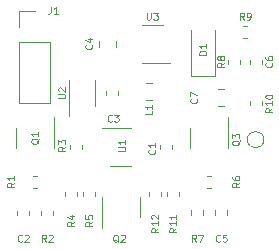
<source format=gto>
G04 #@! TF.GenerationSoftware,KiCad,Pcbnew,(5.1.10)-1*
G04 #@! TF.CreationDate,2021-07-21T20:41:20-04:00*
G04 #@! TF.ProjectId,entropy r2,656e7472-6f70-4792-9072-322e6b696361,rev?*
G04 #@! TF.SameCoordinates,Original*
G04 #@! TF.FileFunction,Legend,Top*
G04 #@! TF.FilePolarity,Positive*
%FSLAX46Y46*%
G04 Gerber Fmt 4.6, Leading zero omitted, Abs format (unit mm)*
G04 Created by KiCad (PCBNEW (5.1.10)-1) date 2021-07-21 20:41:20*
%MOMM*%
%LPD*%
G01*
G04 APERTURE LIST*
%ADD10C,0.120000*%
%ADD11C,0.100000*%
G04 APERTURE END LIST*
D10*
X134270000Y-70545000D02*
X136930000Y-70545000D01*
X134270000Y-65405000D02*
X134270000Y-70545000D01*
X136930000Y-65405000D02*
X136930000Y-70545000D01*
X134270000Y-65405000D02*
X136930000Y-65405000D01*
X134270000Y-64135000D02*
X134270000Y-62805000D01*
X134270000Y-62805000D02*
X135600000Y-62805000D01*
X148860000Y-68290000D02*
X150860000Y-68290000D01*
X150860000Y-68290000D02*
X150860000Y-64390000D01*
X148860000Y-68290000D02*
X148860000Y-64390000D01*
X155005000Y-73660000D02*
G75*
G03*
X155005000Y-73660000I-700000J0D01*
G01*
X147195000Y-74123733D02*
X147195000Y-74466267D01*
X146175000Y-74123733D02*
X146175000Y-74466267D01*
X134110000Y-80054267D02*
X134110000Y-79711733D01*
X135130000Y-80054267D02*
X135130000Y-79711733D01*
X141603000Y-69551733D02*
X141603000Y-69894267D01*
X142623000Y-69551733D02*
X142623000Y-69894267D01*
X142442000Y-65793252D02*
X142442000Y-65270748D01*
X141022000Y-65793252D02*
X141022000Y-65270748D01*
X151894000Y-80004267D02*
X151894000Y-79661733D01*
X150874000Y-80004267D02*
X150874000Y-79661733D01*
X153830000Y-67231267D02*
X153830000Y-66888733D01*
X154850000Y-67231267D02*
X154850000Y-66888733D01*
X151661252Y-70810000D02*
X151138748Y-70810000D01*
X151661252Y-69390000D02*
X151138748Y-69390000D01*
X145026748Y-68886000D02*
X145549252Y-68886000D01*
X145026748Y-70306000D02*
X145549252Y-70306000D01*
X137236000Y-74383000D02*
X137236000Y-71783000D01*
X134036000Y-74383000D02*
X134036000Y-72683000D01*
X144475000Y-78525000D02*
X144475000Y-80225000D01*
X141275000Y-78525000D02*
X141275000Y-81125000D01*
X151947201Y-74383000D02*
X151947201Y-71783000D01*
X148747201Y-74383000D02*
X148747201Y-72683000D01*
X135807267Y-76706000D02*
X135464733Y-76706000D01*
X135807267Y-77726000D02*
X135464733Y-77726000D01*
X137162000Y-79711733D02*
X137162000Y-80054267D01*
X136142000Y-79711733D02*
X136142000Y-80054267D01*
X139575000Y-74123733D02*
X139575000Y-74466267D01*
X138555000Y-74123733D02*
X138555000Y-74466267D01*
X138174000Y-78060733D02*
X138174000Y-78403267D01*
X139194000Y-78060733D02*
X139194000Y-78403267D01*
X139698000Y-78403267D02*
X139698000Y-78060733D01*
X140718000Y-78403267D02*
X140718000Y-78060733D01*
X150196733Y-77726000D02*
X150539267Y-77726000D01*
X150196733Y-76706000D02*
X150539267Y-76706000D01*
X148842000Y-79661733D02*
X148842000Y-80004267D01*
X149862000Y-79661733D02*
X149862000Y-80004267D01*
X153010000Y-67241267D02*
X153010000Y-66898733D01*
X151990000Y-67241267D02*
X151990000Y-66898733D01*
X153244733Y-64006000D02*
X153587267Y-64006000D01*
X153244733Y-65026000D02*
X153587267Y-65026000D01*
X153830000Y-70701267D02*
X153830000Y-70358733D01*
X154850000Y-70701267D02*
X154850000Y-70358733D01*
X147830000Y-78060733D02*
X147830000Y-78403267D01*
X146810000Y-78060733D02*
X146810000Y-78403267D01*
X146306000Y-78403267D02*
X146306000Y-78060733D01*
X145286000Y-78403267D02*
X145286000Y-78060733D01*
X141975000Y-75905000D02*
X143775000Y-75905000D01*
X143775000Y-72685000D02*
X141325000Y-72685000D01*
X140673000Y-68623000D02*
X140673000Y-70823000D01*
X138473000Y-68623000D02*
X138473000Y-71623000D01*
X144642000Y-67142000D02*
X147092000Y-67142000D01*
X146442000Y-63922000D02*
X144642000Y-63922000D01*
D11*
X136960000Y-62409428D02*
X136960000Y-62838000D01*
X136931428Y-62923714D01*
X136874285Y-62980857D01*
X136788571Y-63009428D01*
X136731428Y-63009428D01*
X137560000Y-63009428D02*
X137217142Y-63009428D01*
X137388571Y-63009428D02*
X137388571Y-62409428D01*
X137331428Y-62495142D01*
X137274285Y-62552285D01*
X137217142Y-62580857D01*
X150131428Y-66482857D02*
X149531428Y-66482857D01*
X149531428Y-66340000D01*
X149560000Y-66254285D01*
X149617142Y-66197142D01*
X149674285Y-66168571D01*
X149788571Y-66140000D01*
X149874285Y-66140000D01*
X149988571Y-66168571D01*
X150045714Y-66197142D01*
X150102857Y-66254285D01*
X150131428Y-66340000D01*
X150131428Y-66482857D01*
X150131428Y-65568571D02*
X150131428Y-65911428D01*
X150131428Y-65740000D02*
X149531428Y-65740000D01*
X149617142Y-65797142D01*
X149674285Y-65854285D01*
X149702857Y-65911428D01*
X145756285Y-74522000D02*
X145784857Y-74550571D01*
X145813428Y-74636285D01*
X145813428Y-74693428D01*
X145784857Y-74779142D01*
X145727714Y-74836285D01*
X145670571Y-74864857D01*
X145556285Y-74893428D01*
X145470571Y-74893428D01*
X145356285Y-74864857D01*
X145299142Y-74836285D01*
X145242000Y-74779142D01*
X145213428Y-74693428D01*
X145213428Y-74636285D01*
X145242000Y-74550571D01*
X145270571Y-74522000D01*
X145813428Y-73950571D02*
X145813428Y-74293428D01*
X145813428Y-74122000D02*
X145213428Y-74122000D01*
X145299142Y-74179142D01*
X145356285Y-74236285D01*
X145384857Y-74293428D01*
X134520000Y-82256285D02*
X134491428Y-82284857D01*
X134405714Y-82313428D01*
X134348571Y-82313428D01*
X134262857Y-82284857D01*
X134205714Y-82227714D01*
X134177142Y-82170571D01*
X134148571Y-82056285D01*
X134148571Y-81970571D01*
X134177142Y-81856285D01*
X134205714Y-81799142D01*
X134262857Y-81742000D01*
X134348571Y-81713428D01*
X134405714Y-81713428D01*
X134491428Y-81742000D01*
X134520000Y-81770571D01*
X134748571Y-81770571D02*
X134777142Y-81742000D01*
X134834285Y-81713428D01*
X134977142Y-81713428D01*
X135034285Y-81742000D01*
X135062857Y-81770571D01*
X135091428Y-81827714D01*
X135091428Y-81884857D01*
X135062857Y-81970571D01*
X134720000Y-82313428D01*
X135091428Y-82313428D01*
X142140000Y-72096285D02*
X142111428Y-72124857D01*
X142025714Y-72153428D01*
X141968571Y-72153428D01*
X141882857Y-72124857D01*
X141825714Y-72067714D01*
X141797142Y-72010571D01*
X141768571Y-71896285D01*
X141768571Y-71810571D01*
X141797142Y-71696285D01*
X141825714Y-71639142D01*
X141882857Y-71582000D01*
X141968571Y-71553428D01*
X142025714Y-71553428D01*
X142111428Y-71582000D01*
X142140000Y-71610571D01*
X142340000Y-71553428D02*
X142711428Y-71553428D01*
X142511428Y-71782000D01*
X142597142Y-71782000D01*
X142654285Y-71810571D01*
X142682857Y-71839142D01*
X142711428Y-71896285D01*
X142711428Y-72039142D01*
X142682857Y-72096285D01*
X142654285Y-72124857D01*
X142597142Y-72153428D01*
X142425714Y-72153428D01*
X142368571Y-72124857D01*
X142340000Y-72096285D01*
X140422285Y-65632000D02*
X140450857Y-65660571D01*
X140479428Y-65746285D01*
X140479428Y-65803428D01*
X140450857Y-65889142D01*
X140393714Y-65946285D01*
X140336571Y-65974857D01*
X140222285Y-66003428D01*
X140136571Y-66003428D01*
X140022285Y-65974857D01*
X139965142Y-65946285D01*
X139908000Y-65889142D01*
X139879428Y-65803428D01*
X139879428Y-65746285D01*
X139908000Y-65660571D01*
X139936571Y-65632000D01*
X140079428Y-65117714D02*
X140479428Y-65117714D01*
X139850857Y-65260571D02*
X140279428Y-65403428D01*
X140279428Y-65032000D01*
X151284000Y-82256285D02*
X151255428Y-82284857D01*
X151169714Y-82313428D01*
X151112571Y-82313428D01*
X151026857Y-82284857D01*
X150969714Y-82227714D01*
X150941142Y-82170571D01*
X150912571Y-82056285D01*
X150912571Y-81970571D01*
X150941142Y-81856285D01*
X150969714Y-81799142D01*
X151026857Y-81742000D01*
X151112571Y-81713428D01*
X151169714Y-81713428D01*
X151255428Y-81742000D01*
X151284000Y-81770571D01*
X151826857Y-81713428D02*
X151541142Y-81713428D01*
X151512571Y-81999142D01*
X151541142Y-81970571D01*
X151598285Y-81942000D01*
X151741142Y-81942000D01*
X151798285Y-81970571D01*
X151826857Y-81999142D01*
X151855428Y-82056285D01*
X151855428Y-82199142D01*
X151826857Y-82256285D01*
X151798285Y-82284857D01*
X151741142Y-82313428D01*
X151598285Y-82313428D01*
X151541142Y-82284857D01*
X151512571Y-82256285D01*
X155662285Y-67156000D02*
X155690857Y-67184571D01*
X155719428Y-67270285D01*
X155719428Y-67327428D01*
X155690857Y-67413142D01*
X155633714Y-67470285D01*
X155576571Y-67498857D01*
X155462285Y-67527428D01*
X155376571Y-67527428D01*
X155262285Y-67498857D01*
X155205142Y-67470285D01*
X155148000Y-67413142D01*
X155119428Y-67327428D01*
X155119428Y-67270285D01*
X155148000Y-67184571D01*
X155176571Y-67156000D01*
X155119428Y-66641714D02*
X155119428Y-66756000D01*
X155148000Y-66813142D01*
X155176571Y-66841714D01*
X155262285Y-66898857D01*
X155376571Y-66927428D01*
X155605142Y-66927428D01*
X155662285Y-66898857D01*
X155690857Y-66870285D01*
X155719428Y-66813142D01*
X155719428Y-66698857D01*
X155690857Y-66641714D01*
X155662285Y-66613142D01*
X155605142Y-66584571D01*
X155462285Y-66584571D01*
X155405142Y-66613142D01*
X155376571Y-66641714D01*
X155348000Y-66698857D01*
X155348000Y-66813142D01*
X155376571Y-66870285D01*
X155405142Y-66898857D01*
X155462285Y-66927428D01*
X149312285Y-70204000D02*
X149340857Y-70232571D01*
X149369428Y-70318285D01*
X149369428Y-70375428D01*
X149340857Y-70461142D01*
X149283714Y-70518285D01*
X149226571Y-70546857D01*
X149112285Y-70575428D01*
X149026571Y-70575428D01*
X148912285Y-70546857D01*
X148855142Y-70518285D01*
X148798000Y-70461142D01*
X148769428Y-70375428D01*
X148769428Y-70318285D01*
X148798000Y-70232571D01*
X148826571Y-70204000D01*
X148769428Y-70004000D02*
X148769428Y-69604000D01*
X149369428Y-69861142D01*
X145559428Y-71220000D02*
X145559428Y-71505714D01*
X144959428Y-71505714D01*
X145559428Y-70705714D02*
X145559428Y-71048571D01*
X145559428Y-70877142D02*
X144959428Y-70877142D01*
X145045142Y-70934285D01*
X145102285Y-70991428D01*
X145130857Y-71048571D01*
X135964571Y-73590142D02*
X135936000Y-73647285D01*
X135878857Y-73704428D01*
X135793142Y-73790142D01*
X135764571Y-73847285D01*
X135764571Y-73904428D01*
X135907428Y-73875857D02*
X135878857Y-73933000D01*
X135821714Y-73990142D01*
X135707428Y-74018714D01*
X135507428Y-74018714D01*
X135393142Y-73990142D01*
X135336000Y-73933000D01*
X135307428Y-73875857D01*
X135307428Y-73761571D01*
X135336000Y-73704428D01*
X135393142Y-73647285D01*
X135507428Y-73618714D01*
X135707428Y-73618714D01*
X135821714Y-73647285D01*
X135878857Y-73704428D01*
X135907428Y-73761571D01*
X135907428Y-73875857D01*
X135907428Y-73047285D02*
X135907428Y-73390142D01*
X135907428Y-73218714D02*
X135307428Y-73218714D01*
X135393142Y-73275857D01*
X135450285Y-73333000D01*
X135478857Y-73390142D01*
X142690857Y-82370571D02*
X142633714Y-82342000D01*
X142576571Y-82284857D01*
X142490857Y-82199142D01*
X142433714Y-82170571D01*
X142376571Y-82170571D01*
X142405142Y-82313428D02*
X142348000Y-82284857D01*
X142290857Y-82227714D01*
X142262285Y-82113428D01*
X142262285Y-81913428D01*
X142290857Y-81799142D01*
X142348000Y-81742000D01*
X142405142Y-81713428D01*
X142519428Y-81713428D01*
X142576571Y-81742000D01*
X142633714Y-81799142D01*
X142662285Y-81913428D01*
X142662285Y-82113428D01*
X142633714Y-82227714D01*
X142576571Y-82284857D01*
X142519428Y-82313428D01*
X142405142Y-82313428D01*
X142890857Y-81770571D02*
X142919428Y-81742000D01*
X142976571Y-81713428D01*
X143119428Y-81713428D01*
X143176571Y-81742000D01*
X143205142Y-81770571D01*
X143233714Y-81827714D01*
X143233714Y-81884857D01*
X143205142Y-81970571D01*
X142862285Y-82313428D01*
X143233714Y-82313428D01*
X152982571Y-73717142D02*
X152954000Y-73774285D01*
X152896857Y-73831428D01*
X152811142Y-73917142D01*
X152782571Y-73974285D01*
X152782571Y-74031428D01*
X152925428Y-74002857D02*
X152896857Y-74060000D01*
X152839714Y-74117142D01*
X152725428Y-74145714D01*
X152525428Y-74145714D01*
X152411142Y-74117142D01*
X152354000Y-74060000D01*
X152325428Y-74002857D01*
X152325428Y-73888571D01*
X152354000Y-73831428D01*
X152411142Y-73774285D01*
X152525428Y-73745714D01*
X152725428Y-73745714D01*
X152839714Y-73774285D01*
X152896857Y-73831428D01*
X152925428Y-73888571D01*
X152925428Y-74002857D01*
X152325428Y-73545714D02*
X152325428Y-73174285D01*
X152554000Y-73374285D01*
X152554000Y-73288571D01*
X152582571Y-73231428D01*
X152611142Y-73202857D01*
X152668285Y-73174285D01*
X152811142Y-73174285D01*
X152868285Y-73202857D01*
X152896857Y-73231428D01*
X152925428Y-73288571D01*
X152925428Y-73460000D01*
X152896857Y-73517142D01*
X152868285Y-73545714D01*
X133875428Y-77316000D02*
X133589714Y-77516000D01*
X133875428Y-77658857D02*
X133275428Y-77658857D01*
X133275428Y-77430285D01*
X133304000Y-77373142D01*
X133332571Y-77344571D01*
X133389714Y-77316000D01*
X133475428Y-77316000D01*
X133532571Y-77344571D01*
X133561142Y-77373142D01*
X133589714Y-77430285D01*
X133589714Y-77658857D01*
X133875428Y-76744571D02*
X133875428Y-77087428D01*
X133875428Y-76916000D02*
X133275428Y-76916000D01*
X133361142Y-76973142D01*
X133418285Y-77030285D01*
X133446857Y-77087428D01*
X136552000Y-82313428D02*
X136352000Y-82027714D01*
X136209142Y-82313428D02*
X136209142Y-81713428D01*
X136437714Y-81713428D01*
X136494857Y-81742000D01*
X136523428Y-81770571D01*
X136552000Y-81827714D01*
X136552000Y-81913428D01*
X136523428Y-81970571D01*
X136494857Y-81999142D01*
X136437714Y-82027714D01*
X136209142Y-82027714D01*
X136780571Y-81770571D02*
X136809142Y-81742000D01*
X136866285Y-81713428D01*
X137009142Y-81713428D01*
X137066285Y-81742000D01*
X137094857Y-81770571D01*
X137123428Y-81827714D01*
X137123428Y-81884857D01*
X137094857Y-81970571D01*
X136752000Y-82313428D01*
X137123428Y-82313428D01*
X138193428Y-74268000D02*
X137907714Y-74468000D01*
X138193428Y-74610857D02*
X137593428Y-74610857D01*
X137593428Y-74382285D01*
X137622000Y-74325142D01*
X137650571Y-74296571D01*
X137707714Y-74268000D01*
X137793428Y-74268000D01*
X137850571Y-74296571D01*
X137879142Y-74325142D01*
X137907714Y-74382285D01*
X137907714Y-74610857D01*
X137593428Y-74068000D02*
X137593428Y-73696571D01*
X137822000Y-73896571D01*
X137822000Y-73810857D01*
X137850571Y-73753714D01*
X137879142Y-73725142D01*
X137936285Y-73696571D01*
X138079142Y-73696571D01*
X138136285Y-73725142D01*
X138164857Y-73753714D01*
X138193428Y-73810857D01*
X138193428Y-73982285D01*
X138164857Y-74039428D01*
X138136285Y-74068000D01*
X138955428Y-80618000D02*
X138669714Y-80818000D01*
X138955428Y-80960857D02*
X138355428Y-80960857D01*
X138355428Y-80732285D01*
X138384000Y-80675142D01*
X138412571Y-80646571D01*
X138469714Y-80618000D01*
X138555428Y-80618000D01*
X138612571Y-80646571D01*
X138641142Y-80675142D01*
X138669714Y-80732285D01*
X138669714Y-80960857D01*
X138555428Y-80103714D02*
X138955428Y-80103714D01*
X138326857Y-80246571D02*
X138755428Y-80389428D01*
X138755428Y-80018000D01*
X140479428Y-80618000D02*
X140193714Y-80818000D01*
X140479428Y-80960857D02*
X139879428Y-80960857D01*
X139879428Y-80732285D01*
X139908000Y-80675142D01*
X139936571Y-80646571D01*
X139993714Y-80618000D01*
X140079428Y-80618000D01*
X140136571Y-80646571D01*
X140165142Y-80675142D01*
X140193714Y-80732285D01*
X140193714Y-80960857D01*
X139879428Y-80075142D02*
X139879428Y-80360857D01*
X140165142Y-80389428D01*
X140136571Y-80360857D01*
X140108000Y-80303714D01*
X140108000Y-80160857D01*
X140136571Y-80103714D01*
X140165142Y-80075142D01*
X140222285Y-80046571D01*
X140365142Y-80046571D01*
X140422285Y-80075142D01*
X140450857Y-80103714D01*
X140479428Y-80160857D01*
X140479428Y-80303714D01*
X140450857Y-80360857D01*
X140422285Y-80389428D01*
X152925428Y-77316000D02*
X152639714Y-77516000D01*
X152925428Y-77658857D02*
X152325428Y-77658857D01*
X152325428Y-77430285D01*
X152354000Y-77373142D01*
X152382571Y-77344571D01*
X152439714Y-77316000D01*
X152525428Y-77316000D01*
X152582571Y-77344571D01*
X152611142Y-77373142D01*
X152639714Y-77430285D01*
X152639714Y-77658857D01*
X152325428Y-76801714D02*
X152325428Y-76916000D01*
X152354000Y-76973142D01*
X152382571Y-77001714D01*
X152468285Y-77058857D01*
X152582571Y-77087428D01*
X152811142Y-77087428D01*
X152868285Y-77058857D01*
X152896857Y-77030285D01*
X152925428Y-76973142D01*
X152925428Y-76858857D01*
X152896857Y-76801714D01*
X152868285Y-76773142D01*
X152811142Y-76744571D01*
X152668285Y-76744571D01*
X152611142Y-76773142D01*
X152582571Y-76801714D01*
X152554000Y-76858857D01*
X152554000Y-76973142D01*
X152582571Y-77030285D01*
X152611142Y-77058857D01*
X152668285Y-77087428D01*
X149252000Y-82313428D02*
X149052000Y-82027714D01*
X148909142Y-82313428D02*
X148909142Y-81713428D01*
X149137714Y-81713428D01*
X149194857Y-81742000D01*
X149223428Y-81770571D01*
X149252000Y-81827714D01*
X149252000Y-81913428D01*
X149223428Y-81970571D01*
X149194857Y-81999142D01*
X149137714Y-82027714D01*
X148909142Y-82027714D01*
X149452000Y-81713428D02*
X149852000Y-81713428D01*
X149594857Y-82313428D01*
X151655428Y-67156000D02*
X151369714Y-67356000D01*
X151655428Y-67498857D02*
X151055428Y-67498857D01*
X151055428Y-67270285D01*
X151084000Y-67213142D01*
X151112571Y-67184571D01*
X151169714Y-67156000D01*
X151255428Y-67156000D01*
X151312571Y-67184571D01*
X151341142Y-67213142D01*
X151369714Y-67270285D01*
X151369714Y-67498857D01*
X151312571Y-66813142D02*
X151284000Y-66870285D01*
X151255428Y-66898857D01*
X151198285Y-66927428D01*
X151169714Y-66927428D01*
X151112571Y-66898857D01*
X151084000Y-66870285D01*
X151055428Y-66813142D01*
X151055428Y-66698857D01*
X151084000Y-66641714D01*
X151112571Y-66613142D01*
X151169714Y-66584571D01*
X151198285Y-66584571D01*
X151255428Y-66613142D01*
X151284000Y-66641714D01*
X151312571Y-66698857D01*
X151312571Y-66813142D01*
X151341142Y-66870285D01*
X151369714Y-66898857D01*
X151426857Y-66927428D01*
X151541142Y-66927428D01*
X151598285Y-66898857D01*
X151626857Y-66870285D01*
X151655428Y-66813142D01*
X151655428Y-66698857D01*
X151626857Y-66641714D01*
X151598285Y-66613142D01*
X151541142Y-66584571D01*
X151426857Y-66584571D01*
X151369714Y-66613142D01*
X151341142Y-66641714D01*
X151312571Y-66698857D01*
X153316000Y-63517428D02*
X153116000Y-63231714D01*
X152973142Y-63517428D02*
X152973142Y-62917428D01*
X153201714Y-62917428D01*
X153258857Y-62946000D01*
X153287428Y-62974571D01*
X153316000Y-63031714D01*
X153316000Y-63117428D01*
X153287428Y-63174571D01*
X153258857Y-63203142D01*
X153201714Y-63231714D01*
X152973142Y-63231714D01*
X153601714Y-63517428D02*
X153716000Y-63517428D01*
X153773142Y-63488857D01*
X153801714Y-63460285D01*
X153858857Y-63374571D01*
X153887428Y-63260285D01*
X153887428Y-63031714D01*
X153858857Y-62974571D01*
X153830285Y-62946000D01*
X153773142Y-62917428D01*
X153658857Y-62917428D01*
X153601714Y-62946000D01*
X153573142Y-62974571D01*
X153544571Y-63031714D01*
X153544571Y-63174571D01*
X153573142Y-63231714D01*
X153601714Y-63260285D01*
X153658857Y-63288857D01*
X153773142Y-63288857D01*
X153830285Y-63260285D01*
X153858857Y-63231714D01*
X153887428Y-63174571D01*
X155719428Y-70997714D02*
X155433714Y-71197714D01*
X155719428Y-71340571D02*
X155119428Y-71340571D01*
X155119428Y-71112000D01*
X155148000Y-71054857D01*
X155176571Y-71026285D01*
X155233714Y-70997714D01*
X155319428Y-70997714D01*
X155376571Y-71026285D01*
X155405142Y-71054857D01*
X155433714Y-71112000D01*
X155433714Y-71340571D01*
X155719428Y-70426285D02*
X155719428Y-70769142D01*
X155719428Y-70597714D02*
X155119428Y-70597714D01*
X155205142Y-70654857D01*
X155262285Y-70712000D01*
X155290857Y-70769142D01*
X155119428Y-70054857D02*
X155119428Y-69997714D01*
X155148000Y-69940571D01*
X155176571Y-69912000D01*
X155233714Y-69883428D01*
X155348000Y-69854857D01*
X155490857Y-69854857D01*
X155605142Y-69883428D01*
X155662285Y-69912000D01*
X155690857Y-69940571D01*
X155719428Y-69997714D01*
X155719428Y-70054857D01*
X155690857Y-70112000D01*
X155662285Y-70140571D01*
X155605142Y-70169142D01*
X155490857Y-70197714D01*
X155348000Y-70197714D01*
X155233714Y-70169142D01*
X155176571Y-70140571D01*
X155148000Y-70112000D01*
X155119428Y-70054857D01*
X147591428Y-81157714D02*
X147305714Y-81357714D01*
X147591428Y-81500571D02*
X146991428Y-81500571D01*
X146991428Y-81272000D01*
X147020000Y-81214857D01*
X147048571Y-81186285D01*
X147105714Y-81157714D01*
X147191428Y-81157714D01*
X147248571Y-81186285D01*
X147277142Y-81214857D01*
X147305714Y-81272000D01*
X147305714Y-81500571D01*
X147591428Y-80586285D02*
X147591428Y-80929142D01*
X147591428Y-80757714D02*
X146991428Y-80757714D01*
X147077142Y-80814857D01*
X147134285Y-80872000D01*
X147162857Y-80929142D01*
X147591428Y-80014857D02*
X147591428Y-80357714D01*
X147591428Y-80186285D02*
X146991428Y-80186285D01*
X147077142Y-80243428D01*
X147134285Y-80300571D01*
X147162857Y-80357714D01*
X146067428Y-81157714D02*
X145781714Y-81357714D01*
X146067428Y-81500571D02*
X145467428Y-81500571D01*
X145467428Y-81272000D01*
X145496000Y-81214857D01*
X145524571Y-81186285D01*
X145581714Y-81157714D01*
X145667428Y-81157714D01*
X145724571Y-81186285D01*
X145753142Y-81214857D01*
X145781714Y-81272000D01*
X145781714Y-81500571D01*
X146067428Y-80586285D02*
X146067428Y-80929142D01*
X146067428Y-80757714D02*
X145467428Y-80757714D01*
X145553142Y-80814857D01*
X145610285Y-80872000D01*
X145638857Y-80929142D01*
X145524571Y-80357714D02*
X145496000Y-80329142D01*
X145467428Y-80272000D01*
X145467428Y-80129142D01*
X145496000Y-80072000D01*
X145524571Y-80043428D01*
X145581714Y-80014857D01*
X145638857Y-80014857D01*
X145724571Y-80043428D01*
X146067428Y-80386285D01*
X146067428Y-80014857D01*
X142673428Y-74625142D02*
X143159142Y-74625142D01*
X143216285Y-74596571D01*
X143244857Y-74568000D01*
X143273428Y-74510857D01*
X143273428Y-74396571D01*
X143244857Y-74339428D01*
X143216285Y-74310857D01*
X143159142Y-74282285D01*
X142673428Y-74282285D01*
X143273428Y-73682285D02*
X143273428Y-74025142D01*
X143273428Y-73853714D02*
X142673428Y-73853714D01*
X142759142Y-73910857D01*
X142816285Y-73968000D01*
X142844857Y-74025142D01*
X137593428Y-70180142D02*
X138079142Y-70180142D01*
X138136285Y-70151571D01*
X138164857Y-70123000D01*
X138193428Y-70065857D01*
X138193428Y-69951571D01*
X138164857Y-69894428D01*
X138136285Y-69865857D01*
X138079142Y-69837285D01*
X137593428Y-69837285D01*
X137650571Y-69580142D02*
X137622000Y-69551571D01*
X137593428Y-69494428D01*
X137593428Y-69351571D01*
X137622000Y-69294428D01*
X137650571Y-69265857D01*
X137707714Y-69237285D01*
X137764857Y-69237285D01*
X137850571Y-69265857D01*
X138193428Y-69608714D01*
X138193428Y-69237285D01*
X145084857Y-62917428D02*
X145084857Y-63403142D01*
X145113428Y-63460285D01*
X145142000Y-63488857D01*
X145199142Y-63517428D01*
X145313428Y-63517428D01*
X145370571Y-63488857D01*
X145399142Y-63460285D01*
X145427714Y-63403142D01*
X145427714Y-62917428D01*
X145656285Y-62917428D02*
X146027714Y-62917428D01*
X145827714Y-63146000D01*
X145913428Y-63146000D01*
X145970571Y-63174571D01*
X145999142Y-63203142D01*
X146027714Y-63260285D01*
X146027714Y-63403142D01*
X145999142Y-63460285D01*
X145970571Y-63488857D01*
X145913428Y-63517428D01*
X145742000Y-63517428D01*
X145684857Y-63488857D01*
X145656285Y-63460285D01*
M02*

</source>
